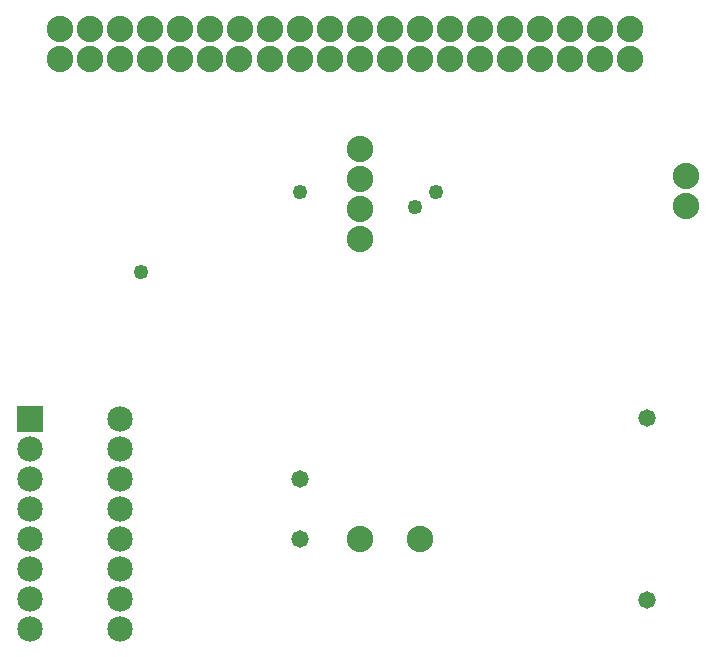
<source format=gbs>
G04 MADE WITH FRITZING*
G04 WWW.FRITZING.ORG*
G04 DOUBLE SIDED*
G04 HOLES PLATED*
G04 CONTOUR ON CENTER OF CONTOUR VECTOR*
%ASAXBY*%
%FSLAX23Y23*%
%MOIN*%
%OFA0B0*%
%SFA1.0B1.0*%
%ADD10C,0.088000*%
%ADD11C,0.085000*%
%ADD12C,0.057978*%
%ADD13C,0.049370*%
%ADD14R,0.085000X0.085000*%
%LNMASK0*%
G90*
G70*
G54D10*
X461Y2188D03*
X561Y2188D03*
X661Y2188D03*
X761Y2188D03*
X861Y2188D03*
X961Y2188D03*
X1057Y2188D03*
X1161Y2188D03*
X1261Y2186D03*
X1361Y2188D03*
X1461Y2188D03*
X1561Y2188D03*
X1661Y2188D03*
X1761Y2188D03*
X1861Y2188D03*
X1961Y2188D03*
X2061Y2188D03*
X2161Y2188D03*
X2261Y2188D03*
X2361Y2188D03*
X2361Y2288D03*
X2261Y2288D03*
X2161Y2288D03*
X2061Y2288D03*
X1961Y2288D03*
X1861Y2288D03*
X1761Y2288D03*
X1661Y2288D03*
X1561Y2288D03*
X1461Y2288D03*
X1361Y2288D03*
X1261Y2288D03*
X1161Y2288D03*
X1061Y2288D03*
X961Y2288D03*
X861Y2288D03*
X761Y2288D03*
X661Y2288D03*
X561Y2288D03*
X461Y2288D03*
G54D11*
X361Y988D03*
X661Y988D03*
X361Y888D03*
X661Y888D03*
X361Y788D03*
X661Y788D03*
X361Y688D03*
X661Y688D03*
X361Y588D03*
X661Y588D03*
X361Y488D03*
X661Y488D03*
X361Y388D03*
X661Y388D03*
X361Y288D03*
X661Y288D03*
G54D12*
X1261Y588D03*
X1261Y785D03*
X2418Y989D03*
X2418Y383D03*
G54D10*
X1461Y588D03*
X1661Y588D03*
X1461Y1588D03*
X1461Y1688D03*
X1461Y1788D03*
X1461Y1888D03*
X2548Y1695D03*
X2548Y1795D03*
G54D13*
X732Y1478D03*
X1644Y1694D03*
X1260Y1742D03*
X1716Y1742D03*
G54D14*
X361Y988D03*
G04 End of Mask0*
M02*
</source>
